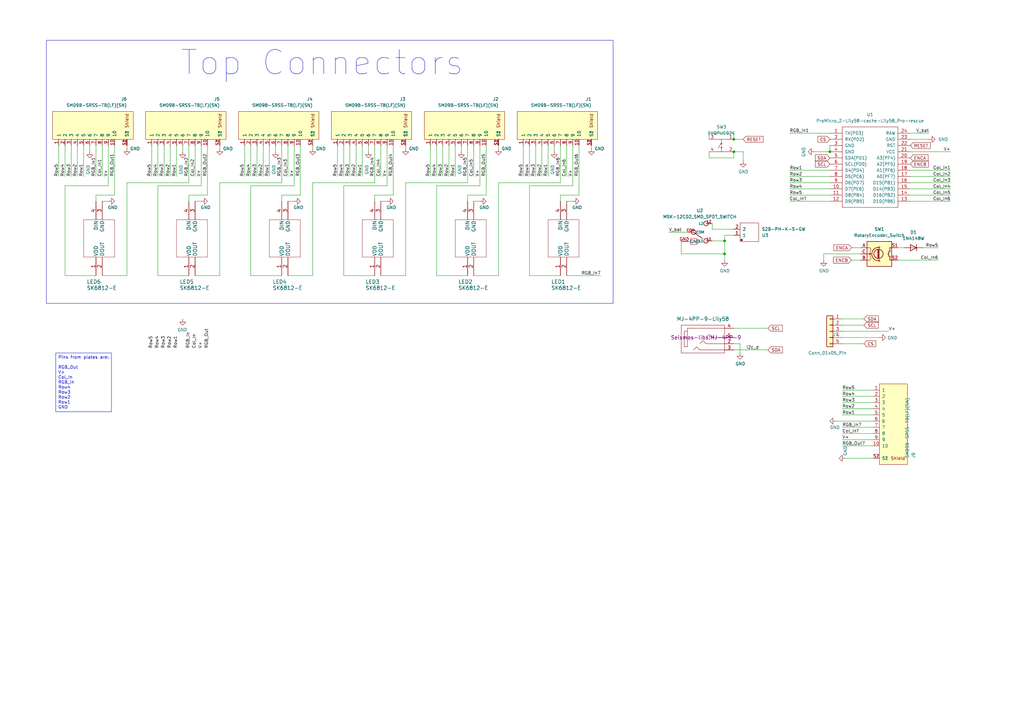
<source format=kicad_sch>
(kicad_sch (version 20230121) (generator eeschema)
  (paper "A3")
  (lib_symbols
    (symbol "Diode:1N4148W" (pin_numbers hide) (pin_names hide)
      (property "Reference" "D" (at 0 2.54 0))
      (property "Value" "1N4148W" (at 0 -2.54 0))
      (symbol "1N4148W_0_1"
        (polyline (pts (xy -1.27 1.27) (xy -1.27 -1.27)) (stroke (width 0.254)))
        (polyline (pts (xy 1.27 0) (xy -1.27 0)))
        (polyline (pts (xy 1.27 1.27) (xy 1.27 -1.27) (xy -1.27 0) (xy 1.27 1.27)) (stroke (width 0.254)))
      )
      (symbol "1N4148W_1_1"
        (pin passive line (at -3.81 0 0) (length 2.54) (name "K") (number "1"))
        (pin passive line (at 3.81 0 180) (length 2.54) (name "A") (number "2"))
      )
    )
    (symbol "GND_1" (power) (pin_names (offset 0))
      (property "Value" "GND_1" (at 0 -3.81 0))
      (symbol "GND_1_0_1"
        (polyline (pts (xy 0 0) (xy 0 -1.27) (xy 1.27 -1.27) (xy 0 -2.54) (xy -1.27 -1.27) (xy 0 -1.27)))
      )
      (symbol "GND_1_1_1"
        (pin power_in line (at 0 0 270) (length 0) hide (name "GND") (number "1"))
      )
    )
    (symbol "Seismos-sym:Conn_01x05" (pin_names (offset 1.016) hide)
      (property "Reference" "J" (at 0 7.62 0))
      (property "Value" "Conn_01x05" (at 0 -7.62 0))
      (symbol "Conn_01x05_1_1"
        (rectangle (start -1.27 -4.953) (end 0 -5.207) (stroke (width 0.1524)))
        (rectangle (start -1.27 -2.413) (end 0 -2.667) (stroke (width 0.1524)))
        (rectangle (start -1.27 0.127) (end 0 -0.127) (stroke (width 0.1524)))
        (rectangle (start -1.27 2.667) (end 0 2.413) (stroke (width 0.1524)))
        (rectangle (start -1.27 5.207) (end 0 4.953) (stroke (width 0.1524)))
        (rectangle (start -1.27 6.35) (end 1.27 -6.35) (stroke (width 0.254)) (fill (type background)))
        (pin passive line (at -5.08 5.08 0) (length 3.81) (name "Pin_1") (number "1"))
        (pin passive line (at -5.08 2.54 0) (length 3.81) (name "Pin_2") (number "2"))
        (pin passive line (at -5.08 0 0) (length 3.81) (name "Pin_3") (number "3"))
        (pin passive line (at -5.08 -2.54 0) (length 3.81) (name "Pin_4") (number "4"))
        (pin passive line (at -5.08 -5.08 0) (length 3.81) (name "Pin_5") (number "5"))
      )
    )
    (symbol "Seismos-sym:EVQPUC02K" (pin_names (offset 1.016) hide)
      (property "Reference" "SW" (at 0 7.747 0))
      (property "Value" "EVQPUC02K" (at 0 12.827 0))
      (symbol "EVQPUC02K_1_1"
        (circle (center 0 -0.762) (radius 0.254) (stroke (width 0.1524)))
        (polyline (pts (xy -2.54 -2.54) (xy 2.54 -2.54)) (stroke (width 0.1524)))
        (polyline (pts (xy -2.54 2.54) (xy 2.54 2.54)) (stroke (width 0.1524)))
        (polyline (pts (xy -1.27 -1.016) (xy -0.254 0.762)) (stroke (width 0.1524)))
        (polyline (pts (xy 0 -2.54) (xy 0 -1.524)) (stroke (width 0.1524)))
        (polyline (pts (xy 0 -1.524) (xy 0 -0.762)) (stroke (width 0.1524)))
        (polyline (pts (xy 0 2.54) (xy 0 0.762)) (stroke (width 0.1524)))
        (circle (center 0 0.762) (radius 0.254) (stroke (width 0.1524)))
        (pin input line (at 5.08 2.54 180) (length 2.54) (name "1") (number "1"))
        (pin input line (at 5.08 -2.54 180) (length 2.54) (name "2") (number "2"))
        (pin input line (at -5.08 2.54 0) (length 2.54) (name "3") (number "3"))
        (pin input line (at -5.08 -2.54 0) (length 2.54) (name "4") (number "4"))
      )
    )
    (symbol "Seismos-sym:MJ-4PP-9-Lily58" (pin_names (offset 1.016))
      (property "Reference" "J" (at -8.89 -7.62 0))
      (property "Value" "MJ-4PP-9-Lily58" (at -3.81 6.35 0))
      (property "Footprint" "Seismos-libs:MJ-4PP-9" (at 0 0 0))
      (symbol "MJ-4PP-9-Lily58_0_1"
        (rectangle (start -7.62 2.54) (end -8.89 -3.81))
        (polyline (pts (xy 2.54 0) (xy 7.62 0)))
        (polyline (pts (xy -2.54 -5.08) (xy 7.62 -5.08) (xy 7.62 -5.08)))
        (polyline (pts (xy 0 -2.54) (xy -1.27 -1.27) (xy -2.54 -2.54)))
        (polyline (pts (xy 0 0) (xy 1.27 1.27) (xy 2.54 0)))
        (polyline (pts (xy 7.62 3.81) (xy -7.62 3.81) (xy -7.62 2.54)))
        (polyline (pts (xy -2.54 -5.08) (xy -3.81 -3.81) (xy -5.08 -5.08) (xy -5.08 -5.08)))
        (polyline (pts (xy 0 -2.54) (xy 7.62 -2.54) (xy 7.62 -2.54) (xy 7.62 -2.54)))
        (rectangle (start 7.62 -6.35) (end -10.16 5.08))
      )
      (symbol "MJ-4PP-9-Lily58_1_1"
        (pin passive line (at 11.43 0 180) (length 3.81) (name "~") (number "1"))
        (pin passive line (at 11.43 -2.54 180) (length 3.81) (name "~") (number "2"))
        (pin passive line (at 11.43 -5.08 180) (length 3.81) (name "~") (number "3"))
        (pin passive line (at 11.43 3.81 180) (length 3.81) (name "~") (number "4"))
      )
    )
    (symbol "Seismos-sym:MSK-12C02_SMD_SPDT_SWITCH" (pin_names (offset 1.016))
      (property "Reference" "U" (at -5.08 7.62 0))
      (property "Value" "MSK-12C02_SMD_SPDT_SWITCH" (at -5.08 -7.62 0))
      (symbol "MSK-12C02_SMD_SPDT_SWITCH_0_0"
        (circle (center -5.08 0) (radius 0.9158) (stroke (width 0.254)))
        (circle (center 0 -3.556) (radius 0.9158) (stroke (width 0.254)))
        (polyline (pts (xy -5.08 0) (xy -1.524 -2.54)) (stroke (width 0.254)))
        (circle (center 0 3.556) (radius 0.9158) (stroke (width 0.254)))
        (pin bidirectional line (at -7.62 0 0) (length 2.54) (name "COM") (number "COM"))
        (pin bidirectional line (at 2.54 -3.556 180) (length 2.54) (name "L1") (number "L1"))
        (pin bidirectional line (at 2.54 3.556 180) (length 2.54) (name "L2") (number "L2"))
      )
      (symbol "MSK-12C02_SMD_SPDT_SWITCH_0_1"
        (rectangle (start -6.35 -2.54) (end -3.81 -5.08))
        (polyline (pts (xy -7.62 -3.81) (xy -6.35 -3.81)))
      )
      (symbol "MSK-12C02_SMD_SPDT_SWITCH_1_1"
        (pin bidirectional line (at -10.16 -3.81 0) (length 2.54) (name "GND") (number "GND"))
      )
    )
    (symbol "Seismos-sym:ProMicro_2-Lily58" (pin_names (offset 1.016))
      (property "Reference" "U" (at 0 17.78 0))
      (property "Value" "ProMicro_2-Lily58" (at 0 -17.78 0))
      (symbol "ProMicro_2-Lily58_0_1"
        (rectangle (start -11.43 16.51) (end 11.43 -16.51))
      )
      (symbol "ProMicro_2-Lily58_1_1"
        (pin bidirectional line (at -16.51 13.97 0) (length 5.08) (name "TX(PD3)") (number "1"))
        (pin input line (at -16.51 -8.89 0) (length 5.08) (name "D7(PE6)") (number "10"))
        (pin input line (at -16.51 -11.43 0) (length 5.08) (name "D8(PB4)") (number "11"))
        (pin input line (at -16.51 -13.97 0) (length 5.08) (name "D9(PB5)") (number "12"))
        (pin input line (at 16.51 -13.97 180) (length 5.08) (name "D10(PB6)") (number "13"))
        (pin input line (at 16.51 -11.43 180) (length 5.08) (name "D16(PB2)") (number "14"))
        (pin input line (at 16.51 -8.89 180) (length 5.08) (name "D14(PB3)") (number "15"))
        (pin input line (at 16.51 -6.35 180) (length 5.08) (name "D15(PB1)") (number "16"))
        (pin input line (at 16.51 -3.81 180) (length 5.08) (name "A0(PF7)") (number "17"))
        (pin input line (at 16.51 -1.27 180) (length 5.08) (name "A1(PF6)") (number "18"))
        (pin input line (at 16.51 1.27 180) (length 5.08) (name "A2(PF5)") (number "19"))
        (pin input line (at -16.51 11.43 0) (length 5.08) (name "RX(PD2)") (number "2"))
        (pin input line (at 16.51 3.81 180) (length 5.08) (name "A3(PF4)") (number "20"))
        (pin input line (at 16.51 6.35 180) (length 5.08) (name "VCC") (number "21"))
        (pin input line (at 16.51 8.89 180) (length 5.08) (name "RST") (number "22"))
        (pin input line (at 16.51 11.43 180) (length 5.08) (name "GND") (number "23"))
        (pin input line (at 16.51 13.97 180) (length 5.08) (name "RAW") (number "24"))
        (pin input line (at -16.51 8.89 0) (length 5.08) (name "GND") (number "3"))
        (pin input line (at -16.51 6.35 0) (length 5.08) (name "GND") (number "4"))
        (pin input line (at -16.51 3.81 0) (length 5.08) (name "SDA(PD1)") (number "5"))
        (pin input line (at -16.51 1.27 0) (length 5.08) (name "SCL(PD0)") (number "6"))
        (pin input line (at -16.51 -1.27 0) (length 5.08) (name "D4(PD4)") (number "7"))
        (pin input line (at -16.51 -3.81 0) (length 5.08) (name "D5(PC6)") (number "8"))
        (pin input line (at -16.51 -6.35 0) (length 5.08) (name "D6(PD7)") (number "9"))
      )
    )
    (symbol "Seismos-sym:RotaryEncoder_Switch" (pin_names (offset 0.254) hide)
      (property "Reference" "SW" (at 0 6.604 0))
      (property "Value" "RotaryEncoder_Switch" (at 0 -6.604 0))
      (symbol "RotaryEncoder_Switch_0_1"
        (rectangle (start -5.08 5.08) (end 5.08 -5.08) (stroke (width 0.254)) (fill (type background)))
        (circle (center -3.81 0) (radius 0.254) (fill (type outline)))
        (circle (center -0.381 0) (radius 1.905) (stroke (width 0.254)))
        (arc (start -0.381 2.667) (mid -3.0988 -0.0635) (end -0.381 -2.794) (stroke (width 0.254)))
        (polyline (pts (xy -0.635 -1.778) (xy -0.635 1.778)) (stroke (width 0.254)))
        (polyline (pts (xy -0.381 -1.778) (xy -0.381 1.778)) (stroke (width 0.254)))
        (polyline (pts (xy -0.127 1.778) (xy -0.127 -1.778)) (stroke (width 0.254)))
        (polyline (pts (xy 3.81 0) (xy 3.429 0)) (stroke (width 0.254)))
        (polyline (pts (xy 3.81 1.016) (xy 3.81 -1.016)) (stroke (width 0.254)))
        (polyline (pts (xy -5.08 -2.54) (xy -3.81 -2.54) (xy -3.81 -2.032)))
        (polyline (pts (xy -5.08 2.54) (xy -3.81 2.54) (xy -3.81 2.032)))
        (polyline (pts (xy 0.254 -3.048) (xy -0.508 -2.794) (xy 0.127 -2.413)) (stroke (width 0.254)))
        (polyline (pts (xy 0.254 2.921) (xy -0.508 2.667) (xy 0.127 2.286)) (stroke (width 0.254)))
        (polyline (pts (xy 5.08 -2.54) (xy 4.318 -2.54) (xy 4.318 -1.016)) (stroke (width 0.254)))
        (polyline (pts (xy 5.08 2.54) (xy 4.318 2.54) (xy 4.318 1.016)) (stroke (width 0.254)))
        (polyline (pts (xy -5.08 0) (xy -3.81 0) (xy -3.81 -1.016) (xy -3.302 -2.032)))
        (polyline (pts (xy -4.318 0) (xy -3.81 0) (xy -3.81 1.016) (xy -3.302 2.032)))
        (circle (center 4.318 -1.016) (radius 0.127) (stroke (width 0.254)))
        (circle (center 4.318 1.016) (radius 0.127) (stroke (width 0.254)))
      )
      (symbol "RotaryEncoder_Switch_1_1"
        (pin passive line (at -7.62 2.54 0) (length 2.54) (name "A") (number "A"))
        (pin passive line (at -7.62 -2.54 0) (length 2.54) (name "B") (number "B"))
        (pin passive line (at -7.62 0 0) (length 2.54) (name "C") (number "C"))
        (pin passive line (at 7.62 2.54 180) (length 2.54) (name "S1") (number "S1"))
        (pin passive line (at 7.62 -2.54 180) (length 2.54) (name "S2") (number "S2"))
      )
    )
    (symbol "Seismos-sym:S2B-PH-K-S-GW" (pin_names (offset 1.016))
      (property "Reference" "U" (at 0 6.35 0))
      (property "Value" "S2B-PH-K-S-GW" (at 0 11.43 0))
      (symbol "S2B-PH-K-S-GW_1_1"
        (rectangle (start -2.54 3.81) (end 5.08 -3.81) (stroke (width 0.1524)))
        (circle (center -1.905 3.175) (radius 0.381) (stroke (width 0.1524)) (fill (type outline)))
        (pin input line (at -5.08 1.27 0) (length 2.54) (name "1") (number "1"))
        (pin input line (at -5.08 -1.27 0) (length 2.54) (name "2") (number "2"))
      )
    )
    (symbol "Seismos-sym:SK6812-E" (pin_names (offset 0.254))
      (property "Reference" "LED" (at 15.24 -10.16 0))
      (property "Value" "SK6812-E" (at 15.24 -12.7 0))
      (symbol "SK6812-E_1_1"
        (polyline (pts (xy 7.62 -7.62) (xy 22.86 -7.62)) (stroke (width 0.127)))
        (polyline (pts (xy 7.62 5.08) (xy 7.62 -7.62)) (stroke (width 0.127)))
        (polyline (pts (xy 22.86 -7.62) (xy 22.86 5.08)) (stroke (width 0.127)))
        (polyline (pts (xy 22.86 5.08) (xy 7.62 5.08)) (stroke (width 0.127)))
        (pin power_in line (at 0 0 0) (length 7.62) (name "VDD") (number "1"))
        (pin output line (at 0 -2.54 0) (length 7.62) (name "DOUT") (number "2"))
        (pin power_out line (at 30.48 -2.54 180) (length 7.62) (name "GND") (number "3"))
        (pin input line (at 30.48 0 180) (length 7.62) (name "DIN") (number "4"))
      )
    )
    (symbol "Seismos-sym:SM10B-SRSS-TB_(LF)(SN)" (pin_names (offset 1.016))
      (property "Reference" "CN" (at -9.4742 3.81 90))
      (property "Value" "SM10B-SRSS-TB_(LF)(SN)" (at 1.27 20.32 0))
      (symbol "SM10B-SRSS-TB_(LF)(SN)_1_1"
        (rectangle (start -3.81 17.78) (end 7.62 -15.24) (stroke (width 0.1524)) (fill (type background)))
        (text "Shield" (at 3.81 -12.7 0) (effects (font (size 1.27 1.27))))
        (pin input line (at -6.35 15.24 0) (length 2.54) (name "1") (number "1"))
        (pin input line (at -6.35 -7.62 0) (length 2.54) (name "10") (number "10"))
        (pin input line (at -6.35 12.7 0) (length 2.54) (name "2") (number "2"))
        (pin input line (at -6.35 10.16 0) (length 2.54) (name "3") (number "3"))
        (pin input line (at -6.35 7.62 0) (length 2.54) (name "4") (number "4"))
        (pin input line (at -6.35 5.08 0) (length 2.54) (name "5") (number "5"))
        (pin input line (at -6.35 2.54 0) (length 2.54) (name "6") (number "6"))
        (pin input line (at -6.35 0 0) (length 2.54) (name "7") (number "7"))
        (pin input line (at -6.35 -2.54 0) (length 2.54) (name "8") (number "8"))
        (pin input line (at -6.35 -5.08 0) (length 2.54) (name "9") (number "9"))
        (pin input line (at -6.35 -12.7 0) (length 2.54) (name "S1") (number "S1"))
        (pin input line (at -6.35 -12.7 0) (length 2.54) (name "S2") (number "S2"))
      )
    )
    (symbol "power:GND" (power) (pin_names (offset 0))
      (property "Value" "GND" (at 0 -3.81 0))
      (symbol "GND_0_1"
        (polyline (pts (xy 0 0) (xy 0 -1.27) (xy 1.27 -1.27) (xy 0 -2.54) (xy -1.27 -1.27) (xy 0 -1.27)))
      )
      (symbol "GND_1_1"
        (pin power_in line (at 0 0 270) (length 0) hide (name "GND") (number "1"))
      )
    )
  )
  (junction (at 340.36 62.23))
  (junction (at 300.99 62.23))
  (junction (at 297.18 98.806))
  (junction (at 300.99 57.15))
  (junction (at 297.18 104.14))
  (wire (pts (xy 217.17 59.69) (xy 217.17 72.39)))
  (wire (pts (xy 41.91 82.55) (xy 44.45 82.55)))
  (wire (pts (xy 373.38 72.39) (xy 389.89 72.39)))
  (wire (pts (xy 179.07 76.2) (xy 179.07 113.03)))
  (wire (pts (xy 166.37 59.69) (xy 166.37 60.96)))
  (wire (pts (xy 232.41 59.69) (xy 232.41 72.39)))
  (wire (pts (xy 345.44 162.56) (xy 358.14 162.56)))
  (wire (pts (xy 85.09 59.69) (xy 85.09 80.01)))
  (wire (pts (xy 179.07 113.03) (xy 191.77 113.03)))
  (wire (pts (xy 297.18 98.806) (xy 297.18 104.14)))
  (wire (pts (xy 237.49 80.01) (xy 229.87 80.01)))
  (wire (pts (xy 128.27 113.03) (xy 128.27 74.93)))
  (wire (pts (xy 153.67 59.69) (xy 153.67 74.93)))
  (wire (pts (xy 300.99 54.61) (xy 300.99 57.15)))
  (wire (pts (xy 323.85 54.61) (xy 340.36 54.61)))
  (wire (pts (xy 300.99 96.52) (xy 297.18 96.52)))
  (wire (pts (xy 31.75 59.69) (xy 31.75 72.39)))
  (wire (pts (xy 140.97 113.03) (xy 153.67 113.03)))
  (wire (pts (xy 345.44 182.88) (xy 358.14 182.88)))
  (wire (pts (xy 303.53 140.97) (xy 303.53 144.78)))
  (wire (pts (xy 323.85 74.93) (xy 340.36 74.93)))
  (wire (pts (xy 297.18 106.68) (xy 297.18 104.14)))
  (wire (pts (xy 138.43 59.69) (xy 138.43 72.39)))
  (wire (pts (xy 118.11 113.03) (xy 128.27 113.03)))
  (wire (pts (xy 64.77 113.03) (xy 77.47 113.03)))
  (wire (pts (xy 345.44 133.35) (xy 354.33 133.35)))
  (wire (pts (xy 191.77 80.01) (xy 191.77 82.55)))
  (wire (pts (xy 115.57 80.01) (xy 115.57 82.55)))
  (wire (pts (xy 148.59 59.69) (xy 148.59 72.39)))
  (wire (pts (xy 373.38 54.61) (xy 381 54.61)))
  (wire (pts (xy 102.87 59.69) (xy 102.87 72.39)))
  (wire (pts (xy 110.49 59.69) (xy 110.49 72.39)))
  (wire (pts (xy 29.21 59.69) (xy 29.21 72.39)))
  (wire (pts (xy 204.47 74.93) (xy 229.87 74.93)))
  (wire (pts (xy 100.33 59.69) (xy 100.33 72.39)))
  (wire (pts (xy 214.63 59.69) (xy 214.63 72.39)))
  (wire (pts (xy 153.67 80.01) (xy 153.67 82.55)))
  (wire (pts (xy 292.1 98.806) (xy 297.18 98.806)))
  (wire (pts (xy 323.85 80.01) (xy 340.36 80.01)))
  (wire (pts (xy 41.91 113.03) (xy 52.07 113.03)))
  (wire (pts (xy 337.82 104.14) (xy 337.82 106.68)))
  (wire (pts (xy 156.21 113.03) (xy 166.37 113.03)))
  (wire (pts (xy 219.71 59.69) (xy 219.71 72.39)))
  (wire (pts (xy 67.31 59.69) (xy 67.31 72.39)))
  (wire (pts (xy 304.8 66.04) (xy 304.8 62.23)))
  (wire (pts (xy 179.07 59.69) (xy 179.07 72.39)))
  (wire (pts (xy 52.07 74.93) (xy 77.47 74.93)))
  (wire (pts (xy 290.83 62.23) (xy 290.83 64.77)))
  (wire (pts (xy 345.44 167.64) (xy 358.14 167.64)))
  (wire (pts (xy 237.49 59.69) (xy 237.49 80.01)))
  (wire (pts (xy 90.17 74.93) (xy 115.57 74.93)))
  (wire (pts (xy 349.25 101.6) (xy 353.06 101.6)))
  (wire (pts (xy 123.19 80.01) (xy 115.57 80.01)))
  (wire (pts (xy 232.41 82.55) (xy 234.95 82.55)))
  (wire (pts (xy 156.21 59.69) (xy 156.21 72.39)))
  (wire (pts (xy 39.37 80.01) (xy 39.37 82.55)))
  (wire (pts (xy 80.01 113.03) (xy 90.17 113.03)))
  (wire (pts (xy 62.23 59.69) (xy 62.23 72.39)))
  (wire (pts (xy 80.01 59.69) (xy 80.01 72.39)))
  (wire (pts (xy 234.95 59.69) (xy 234.95 76.2)))
  (wire (pts (xy 64.77 76.2) (xy 64.77 113.03)))
  (wire (pts (xy 123.19 59.69) (xy 123.19 80.01)))
  (wire (pts (xy 290.83 54.61) (xy 300.99 54.61)))
  (wire (pts (xy 158.75 76.2) (xy 140.97 76.2)))
  (wire (pts (xy 300.99 134.62) (xy 314.96 134.62)))
  (wire (pts (xy 232.41 113.03) (xy 246.38 113.03)))
  (wire (pts (xy 242.57 59.69) (xy 242.57 60.96)))
  (wire (pts (xy 227.33 62.23) (xy 227.33 59.69)))
  (wire (pts (xy 118.11 82.55) (xy 120.65 82.55)))
  (wire (pts (xy 194.31 59.69) (xy 194.31 72.39)))
  (wire (pts (xy 39.37 59.69) (xy 39.37 72.39)))
  (wire (pts (xy 90.17 113.03) (xy 90.17 74.93)))
  (wire (pts (xy 118.11 59.69) (xy 118.11 72.39)))
  (wire (pts (xy 300.99 140.97) (xy 303.53 140.97)))
  (wire (pts (xy 300.99 64.77) (xy 300.99 62.23)))
  (wire (pts (xy 120.65 76.2) (xy 102.87 76.2)))
  (wire (pts (xy 186.69 59.69) (xy 186.69 72.39)))
  (wire (pts (xy 297.18 96.52) (xy 297.18 98.806)))
  (wire (pts (xy 146.05 59.69) (xy 146.05 72.39)))
  (wire (pts (xy 373.38 69.85) (xy 389.89 69.85)))
  (wire (pts (xy 176.53 59.69) (xy 176.53 72.39)))
  (wire (pts (xy 345.44 138.43) (xy 360.68 138.43)))
  (wire (pts (xy 199.39 80.01) (xy 191.77 80.01)))
  (wire (pts (xy 77.47 59.69) (xy 77.47 74.93)))
  (wire (pts (xy 373.38 80.01) (xy 389.89 80.01)))
  (wire (pts (xy 217.17 113.03) (xy 229.87 113.03)))
  (wire (pts (xy 140.97 76.2) (xy 140.97 113.03)))
  (wire (pts (xy 113.03 62.23) (xy 113.03 59.69)))
  (wire (pts (xy 24.13 59.69) (xy 24.13 72.39)))
  (wire (pts (xy 323.85 77.47) (xy 340.36 77.47)))
  (wire (pts (xy 102.87 76.2) (xy 102.87 113.03)))
  (wire (pts (xy 44.45 76.2) (xy 26.67 76.2)))
  (wire (pts (xy 292.1 93.98) (xy 300.99 93.98)))
  (wire (pts (xy 196.85 76.2) (xy 179.07 76.2)))
  (wire (pts (xy 378.46 101.6) (xy 384.81 101.6)))
  (wire (pts (xy 52.07 59.69) (xy 52.07 60.96)))
  (wire (pts (xy 64.77 59.69) (xy 64.77 72.39)))
  (wire (pts (xy 234.95 76.2) (xy 217.17 76.2)))
  (wire (pts (xy 161.29 59.69) (xy 161.29 80.01)))
  (wire (pts (xy 36.83 62.23) (xy 36.83 59.69)))
  (wire (pts (xy 189.23 62.23) (xy 189.23 59.69)))
  (wire (pts (xy 74.93 62.23) (xy 74.93 59.69)))
  (wire (pts (xy 34.29 59.69) (xy 34.29 72.39)))
  (wire (pts (xy 373.38 77.47) (xy 389.89 77.47)))
  (wire (pts (xy 229.87 59.69) (xy 229.87 74.93)))
  (wire (pts (xy 340.36 62.23) (xy 334.01 62.23)))
  (wire (pts (xy 44.45 59.69) (xy 44.45 76.2)))
  (wire (pts (xy 229.87 80.01) (xy 229.87 82.55)))
  (wire (pts (xy 290.83 57.15) (xy 290.83 54.61)))
  (wire (pts (xy 204.47 59.69) (xy 204.47 60.96)))
  (wire (pts (xy 82.55 76.2) (xy 64.77 76.2)))
  (wire (pts (xy 52.07 113.03) (xy 52.07 74.93)))
  (wire (pts (xy 143.51 59.69) (xy 143.51 72.39)))
  (wire (pts (xy 224.79 59.69) (xy 224.79 72.39)))
  (wire (pts (xy 158.75 59.69) (xy 158.75 76.2)))
  (wire (pts (xy 345.44 175.26) (xy 358.14 175.26)))
  (wire (pts (xy 166.37 74.93) (xy 191.77 74.93)))
  (wire (pts (xy 140.97 59.69) (xy 140.97 72.39)))
  (wire (pts (xy 120.65 59.69) (xy 120.65 76.2)))
  (wire (pts (xy 279.4 104.14) (xy 297.18 104.14)))
  (wire (pts (xy 373.38 57.15) (xy 381 57.15)))
  (wire (pts (xy 26.67 76.2) (xy 26.67 113.03)))
  (wire (pts (xy 196.85 59.69) (xy 196.85 76.2)))
  (wire (pts (xy 373.38 74.93) (xy 389.89 74.93)))
  (wire (pts (xy 107.95 59.69) (xy 107.95 72.39)))
  (wire (pts (xy 82.55 59.69) (xy 82.55 76.2)))
  (wire (pts (xy 300.99 57.15) (xy 304.8 57.15)))
  (wire (pts (xy 373.38 82.55) (xy 389.89 82.55)))
  (wire (pts (xy 323.85 82.55) (xy 340.36 82.55)))
  (wire (pts (xy 69.85 59.69) (xy 69.85 72.39)))
  (wire (pts (xy 342.9 172.72) (xy 358.14 172.72)))
  (wire (pts (xy 166.37 113.03) (xy 166.37 74.93)))
  (wire (pts (xy 217.17 76.2) (xy 217.17 113.03)))
  (wire (pts (xy 346.71 187.96) (xy 358.14 187.96)))
  (wire (pts (xy 300.99 143.51) (xy 314.96 143.51)))
  (wire (pts (xy 204.47 113.03) (xy 204.47 74.93)))
  (wire (pts (xy 345.44 170.18) (xy 358.14 170.18)))
  (wire (pts (xy 368.3 101.6) (xy 370.84 101.6)))
  (wire (pts (xy 222.25 59.69) (xy 222.25 72.39)))
  (wire (pts (xy 274.32 95.25) (xy 281.94 95.25)))
  (wire (pts (xy 345.44 160.02) (xy 358.14 160.02)))
  (wire (pts (xy 194.31 113.03) (xy 204.47 113.03)))
  (wire (pts (xy 151.13 62.23) (xy 151.13 59.69)))
  (wire (pts (xy 128.27 74.93) (xy 153.67 74.93)))
  (wire (pts (xy 181.61 59.69) (xy 181.61 72.39)))
  (wire (pts (xy 345.44 165.1) (xy 358.14 165.1)))
  (wire (pts (xy 368.3 106.68) (xy 384.81 106.68)))
  (wire (pts (xy 46.99 59.69) (xy 46.99 80.01)))
  (wire (pts (xy 323.85 69.85) (xy 340.36 69.85)))
  (wire (pts (xy 90.17 59.69) (xy 90.17 60.96)))
  (wire (pts (xy 80.01 82.55) (xy 82.55 82.55)))
  (wire (pts (xy 85.09 80.01) (xy 77.47 80.01)))
  (wire (pts (xy 292.1 93.98) (xy 292.1 91.694)))
  (wire (pts (xy 353.06 104.14) (xy 337.82 104.14)))
  (wire (pts (xy 115.57 59.69) (xy 115.57 74.93)))
  (wire (pts (xy 105.41 59.69) (xy 105.41 72.39)))
  (wire (pts (xy 199.39 59.69) (xy 199.39 80.01)))
  (wire (pts (xy 184.15 59.69) (xy 184.15 72.39)))
  (wire (pts (xy 128.27 59.69) (xy 128.27 60.96)))
  (wire (pts (xy 345.44 130.81) (xy 354.33 130.81)))
  (wire (pts (xy 26.67 113.03) (xy 39.37 113.03)))
  (wire (pts (xy 194.31 82.55) (xy 196.85 82.55)))
  (wire (pts (xy 373.38 62.23) (xy 389.89 62.23)))
  (wire (pts (xy 304.8 62.23) (xy 300.99 62.23)))
  (wire (pts (xy 345.44 180.34) (xy 358.14 180.34)))
  (wire (pts (xy 26.67 59.69) (xy 26.67 72.39)))
  (wire (pts (xy 72.39 59.69) (xy 72.39 72.39)))
  (wire (pts (xy 340.36 59.69) (xy 340.36 62.23)))
  (wire (pts (xy 77.47 80.01) (xy 77.47 82.55)))
  (wire (pts (xy 345.44 177.8) (xy 358.14 177.8)))
  (wire (pts (xy 349.25 106.68) (xy 353.06 106.68)))
  (wire (pts (xy 345.44 135.89) (xy 364.49 135.89)))
  (wire (pts (xy 279.4 99.06) (xy 279.4 104.14)))
  (wire (pts (xy 102.87 113.03) (xy 115.57 113.03)))
  (wire (pts (xy 156.21 82.55) (xy 158.75 82.55)))
  (wire (pts (xy 345.44 140.97) (xy 354.33 140.97)))
  (wire (pts (xy 46.99 80.01) (xy 39.37 80.01)))
  (wire (pts (xy 191.77 59.69) (xy 191.77 74.93)))
  (wire (pts (xy 323.85 72.39) (xy 340.36 72.39)))
  (wire (pts (xy 41.91 59.69) (xy 41.91 72.39)))
  (wire (pts (xy 290.83 64.77) (xy 300.99 64.77)))
  (wire (pts (xy 161.29 80.01) (xy 153.67 80.01)))
  (rectangle (start 19.05 16.51) (end 251.46 124.46))
  (text_box "Pins from plates are:\n\nRGB_Out\nV+\nCol_In\nRGB_In\nRow4\nRow3\nRow2\nRow1\nGND" (at 22.86 144.78 0) (size 22.86 24.13) (effects (font (size 1.27 1.27)) (justify left top)))
  (text "Top Connectors" (at 73.66 31.75 0) (effects (font (size 10 10)) (justify left bottom)))
  (label "Row1" (at 345.44 170.18 0))
  (label "RGB_Out" (at 85.725 142.875 90))
  (label "Row3" (at 105.41 72.39 90))
  (label "Row3" (at 219.71 72.39 90))
  (label "Row2" (at 146.05 72.39 90))
  (label "Col_In3" (at 389.89 74.93 180))
  (label "Row2" (at 323.85 72.39 0))
  (label "V_bat" (at 381 54.61 180))
  (label "Col_In4" (at 156.21 72.39 90))
  (label "Row1" (at 110.49 72.39 90))
  (label "Col_In2" (at 389.89 72.39 180))
  (label "Row5" (at 62.23 72.39 90))
  (label "Row3" (at 181.61 72.39 90))
  (label "V+" (at 196.85 72.39 90))
  (label "Col_In6" (at 389.89 82.55 180))
  (label "Row3" (at 345.44 165.1 0))
  (label "Row2" (at 345.44 167.64 0))
  (label "Col_In1" (at 389.89 69.85 180))
  (label "V+" (at 83.185 142.875 90))
  (label "RGB_In1" (at 323.85 54.61 0))
  (label "V+" (at 158.75 72.39 90))
  (label "Col_In6" (at 384.81 106.68 180))
  (label "Row4" (at 65.405 142.875 90))
  (label "Row5" (at 24.13 72.39 90))
  (label "Row5" (at 138.43 72.39 90))
  (label "V_bat" (at 274.32 95.25 0))
  (label "V+" (at 120.65 72.39 90))
  (label "Row4" (at 64.77 72.39 90))
  (label "Col_InT" (at 323.85 82.55 0))
  (label "Col_In3" (at 118.11 72.39 90))
  (label "Row5" (at 176.53 72.39 90))
  (label "Row1" (at 73.025 142.875 90))
  (label "RGB_Out6" (at 237.49 72.39 90))
  (label "i2c_d" (at 306.07 143.51 0))
  (label "Row4" (at 323.85 77.47 0))
  (label "RGB_In2" (at 77.47 72.39 90))
  (label "Col_In5" (at 194.31 72.39 90))
  (label "Row1" (at 323.85 69.85 0))
  (label "V+" (at 82.55 72.39 90))
  (label "RGB_In7" (at 345.44 175.26 0))
  (label "Row2" (at 69.85 72.39 90))
  (label "Row4" (at 217.17 72.39 90))
  (label "Row2" (at 31.75 72.39 90))
  (label "RGB_In3" (at 115.57 72.39 90))
  (label "V+" (at 234.95 72.39 90))
  (label "Col_In" (at 80.645 142.875 90))
  (label "RGB_In5" (at 191.77 72.39 90))
  (label "Row1" (at 34.29 72.39 90))
  (label "Row5" (at 100.33 72.39 90))
  (label "Row2" (at 184.15 72.39 90))
  (label "Col_In1" (at 41.91 72.39 90))
  (label "Row2" (at 70.485 142.875 90))
  (label "Row1" (at 72.39 72.39 90))
  (label "Row5" (at 384.81 101.6 180))
  (label "V+" (at 364.49 135.89 0))
  (label "Col_In2" (at 80.01 72.39 90))
  (label "Row1" (at 224.79 72.39 90))
  (label "RGB_Out1" (at 46.99 72.39 90))
  (label "Row2" (at 222.25 72.39 90))
  (label "Row5" (at 345.44 160.02 0))
  (label "Row5" (at 323.85 80.01 0))
  (label "RGB_In6" (at 229.87 72.39 90))
  (label "V+" (at 44.45 72.39 90))
  (label "Row4" (at 345.44 162.56 0))
  (label "Row4" (at 102.87 72.39 90))
  (label "V+" (at 389.89 62.23 180))
  (label "V+" (at 345.44 180.34 0))
  (label "Row3" (at 29.21 72.39 90))
  (label "RGB_In7" (at 246.38 113.03 180))
  (label "RGB_In4" (at 153.67 72.39 90))
  (label "RGB_Out5" (at 199.39 72.39 90))
  (label "Row4" (at 26.67 72.39 90))
  (label "RGB_Out7" (at 345.44 182.88 0))
  (label "Col_In6" (at 232.41 72.39 90))
  (label "RGB_In" (at 78.105 142.875 90))
  (label "RGB_In1" (at 39.37 72.39 90))
  (label "RGB_Out4" (at 161.29 72.39 90))
  (label "Row3" (at 143.51 72.39 90))
  (label "RGB_Out3" (at 123.19 72.39 90))
  (label "Row1" (at 148.59 72.39 90))
  (label "Row5" (at 62.865 142.875 90))
  (label "Row4" (at 140.97 72.39 90))
  (label "Row1" (at 186.69 72.39 90))
  (label "Row3" (at 323.85 74.93 0))
  (label "Row2" (at 107.95 72.39 90))
  (label "Row3" (at 67.31 72.39 90))
  (label "Row5" (at 214.63 72.39 90))
  (label "RGB_Out2" (at 85.09 72.39 90))
  (label "Row3" (at 67.945 142.875 90))
  (label "Col_In4" (at 389.89 77.47 180))
  (label "Col_In5" (at 389.89 80.01 180))
  (label "Col_InT" (at 345.44 177.8 0))
  (label "Row4" (at 179.07 72.39 90))
  (global_label "CS" (shape input) (at 340.36 57.15 180) (property "Intersheetrefs" "${INTERSHEET_REFS}" (effects hide)))
  (global_label "SDA" (shape input) (at 354.33 130.81 0) (property "Intersheetrefs" "${INTERSHEET_REFS}" (effects hide)))
  (global_label "SDA" (shape input) (at 340.36 64.77 180) (property "Intersheetrefs" "${INTERSHEET_REFS}" (effects hide)))
  (global_label "ENCA" (shape input) (at 373.38 64.77 0) (property "Intersheetrefs" "${INTERSHEET_REFS}" (effects hide)))
  (global_label "RESET" (shape input) (at 373.38 59.69 0) (property "Intersheetrefs" "${INTERSHEET_REFS}" (effects hide)))
  (global_label "SCL" (shape input) (at 314.96 134.62 0) (property "Intersheetrefs" "${INTERSHEET_REFS}" (effects hide)))
  (global_label "ENCB" (shape input) (at 373.38 67.31 0) (property "Intersheetrefs" "${INTERSHEET_REFS}" (effects hide)))
  (global_label "RESET" (shape input) (at 304.8 57.15 0) (property "Intersheetrefs" "${INTERSHEET_REFS}" (effects hide)))
  (global_label "ENCB" (shape input) (at 349.25 106.68 180) (property "Intersheetrefs" "${INTERSHEET_REFS}" (effects hide)))
  (global_label "SDA" (shape input) (at 314.96 143.51 0) (property "Intersheetrefs" "${INTERSHEET_REFS}" (effects hide)))
  (global_label "ENCA" (shape input) (at 349.25 101.6 180) (property "Intersheetrefs" "${INTERSHEET_REFS}" (effects hide)))
  (global_label "SCL" (shape input) (at 354.33 133.35 0) (property "Intersheetrefs" "${INTERSHEET_REFS}" (effects hide)))
  (global_label "SCL" (shape input) (at 340.36 67.31 180) (property "Intersheetrefs" "${INTERSHEET_REFS}" (effects hide)))
  (global_label "CS" (shape input) (at 354.33 140.97 0) (property "Intersheetrefs" "${INTERSHEET_REFS}" (effects hide)))
  (symbol (lib_id "Seismos-sym:SM10B-SRSS-TB_(LF)(SN)") (at 229.87 53.34 90) (unit 1)
    (property "Reference" "J1" (at 242.57 40.64 90) (effects (justify left)))
    (property "Value" "SM09B-SRSS-TB(LF)(SN)" (at 242.57 43.18 90) (effects (justify left)))
    (property "Footprint" "Seismos-libs:CONN-SMD_10P-P1.00_SM10B-SRSS-TB-LF-SN" (effects hide))
    (property "Datasheet" "http://www.szlcsc.com/product/details_171789.html" (effects hide))
    (property "PARTREV" "1.0" (effects hide))
    (property "MANUFACTURER" "Manufacturer_name" (effects hide))
    (property "STANDARD" "Manufacturer Recommendations" (effects hide))
    (property "SuppliersPartNumber" "C160409" (effects hide))
    (property "uuid" "std:5e45a64e8ce7478d8accd2bac4409ba5" (effects hide))
  )
  (symbol (lib_id "power:GND") (at 52.07 60.96 0) (unit 1)
    (property "Reference" "#PWR02" (effects hide))
    (property "Value" "GND" (at 53.34 60.96 0) (effects (justify left)))
  )
  (symbol (lib_id "Seismos-sym:RotaryEncoder_Switch") (at 360.68 104.14 0) (unit 1)
    (property "Reference" "SW1" (at 360.68 93.98 0))
    (property "Value" "RotaryEncoder_Switch" (at 360.68 96.52 0))
    (property "Footprint" "Seismos-libs:RotaryEncoder_Alps_EC11E-Switch_Vertical_H20mm-keebio_modified" (effects hide))
  )
  (symbol (lib_id "power:GND") (at 242.57 60.96 0) (unit 1)
    (property "Reference" "#PWR028" (effects hide))
    (property "Value" "GND" (at 243.84 60.96 0) (effects (justify left)))
  )
  (symbol (lib_id "power:GND") (at 44.45 82.55 90) (unit 1)
    (property "Reference" "#PWR021" (effects hide))
    (property "Value" "GND" (at 48.26 85.09 90) (effects (justify left)))
  )
  (symbol (lib_id "Seismos-sym:SK6812-E") (at 77.47 113.03 90) (unit 1)
    (property "Reference" "LED5" (at 73.66 115.57 90) (effects (font (size 1.524 1.524)) (justify right)))
    (property "Value" "SK6812-E" (at 73.66 118.11 90) (effects (font (size 1.524 1.524)) (justify right)))
    (property "Footprint" "Seismos-libs:SK6812-E" (effects hide))
  )
  (symbol (lib_id "Seismos-sym:EVQPUC02K") (at 295.91 59.69 0) (unit 1)
    (property "Reference" "SW3" (at 295.91 52.07 0))
    (property "Value" "EVQPUC02K" (at 295.91 54.61 0))
    (property "Footprint" "Seismos-libs:SW-SMD_EVQPUD02K" (effects hide))
    (property "Datasheet" "http://www.szlcsc.com/product/details_80311.html" (effects hide))
    (property "SuppliersPartNumber" "C79174" (effects hide))
    (property "uuid" "std:89571b53ad64408584c96bcda364818c" (effects hide))
  )
  (symbol (lib_id "Seismos-sym:SK6812-E") (at 191.77 113.03 90) (unit 1)
    (property "Reference" "LED2" (at 187.96 115.57 90) (effects (font (size 1.524 1.524)) (justify right)))
    (property "Value" "SK6812-E" (at 187.96 118.11 90) (effects (font (size 1.524 1.524)) (justify right)))
    (property "Footprint" "Seismos-libs:SK6812-E" (effects hide))
  )
  (symbol (lib_id "Seismos-sym:SM10B-SRSS-TB_(LF)(SN)") (at 191.77 53.34 90) (unit 1)
    (property "Reference" "J2" (at 204.47 40.64 90) (effects (justify left)))
    (property "Value" "SM09B-SRSS-TB(LF)(SN)" (at 204.47 43.18 90) (effects (justify left)))
    (property "Footprint" "Seismos-libs:CONN-SMD_10P-P1.00_SM10B-SRSS-TB-LF-SN" (effects hide))
    (property "Datasheet" "http://www.szlcsc.com/product/details_171789.html" (effects hide))
    (property "PARTREV" "1.0" (effects hide))
    (property "MANUFACTURER" "Manufacturer_name" (effects hide))
    (property "STANDARD" "Manufacturer Recommendations" (effects hide))
    (property "SuppliersPartNumber" "C160409" (effects hide))
    (property "uuid" "std:5e45a64e8ce7478d8accd2bac4409ba5" (effects hide))
  )
  (symbol (lib_name "GND_1") (lib_id "power:GND") (at 74.93 130.81 0) (mirror y) (unit 1)
    (property "Reference" "#PWR023" (effects hide))
    (property "Value" "GND" (at 76.835 135.255 0) (effects (justify left)))
  )
  (symbol (lib_id "Seismos-sym:SM10B-SRSS-TB_(LF)(SN)") (at 115.57 53.34 90) (unit 1)
    (property "Reference" "J4" (at 128.27 40.64 90) (effects (justify left)))
    (property "Value" "SM09B-SRSS-TB(LF)(SN)" (at 128.27 43.18 90) (effects (justify left)))
    (property "Footprint" "Seismos-libs:CONN-SMD_10P-P1.00_SM10B-SRSS-TB-LF-SN" (effects hide))
    (property "Datasheet" "http://www.szlcsc.com/product/details_171789.html" (effects hide))
    (property "PARTREV" "1.0" (effects hide))
    (property "MANUFACTURER" "Manufacturer_name" (effects hide))
    (property "STANDARD" "Manufacturer Recommendations" (effects hide))
    (property "SuppliersPartNumber" "C160409" (effects hide))
    (property "uuid" "std:5e45a64e8ce7478d8accd2bac4409ba5" (effects hide))
  )
  (symbol (lib_id "Seismos-sym:SK6812-E") (at 229.87 113.03 90) (unit 1)
    (property "Reference" "LED1" (at 226.06 115.57 90) (effects (font (size 1.524 1.524)) (justify right)))
    (property "Value" "SK6812-E" (at 226.06 118.11 90) (effects (font (size 1.524 1.524)) (justify right)))
    (property "Footprint" "Seismos-libs:SK6812-E" (effects hide))
  )
  (symbol (lib_id "Seismos-sym:SM10B-SRSS-TB_(LF)(SN)") (at 39.37 53.34 90) (unit 1)
    (property "Reference" "J6" (at 52.07 40.64 90) (effects (justify left)))
    (property "Value" "SM09B-SRSS-TB(LF)(SN)" (at 52.07 43.18 90) (effects (justify left)))
    (property "Footprint" "Seismos-libs:CONN-SMD_10P-P1.00_SM10B-SRSS-TB-LF-SN" (effects hide))
    (property "Datasheet" "http://www.szlcsc.com/product/details_171789.html" (effects hide))
    (property "PARTREV" "1.0" (effects hide))
    (property "MANUFACTURER" "Manufacturer_name" (effects hide))
    (property "STANDARD" "Manufacturer Recommendations" (effects hide))
    (property "SuppliersPartNumber" "C160409" (effects hide))
    (property "uuid" "std:5e45a64e8ce7478d8accd2bac4409ba5" (effects hide))
  )
  (symbol (lib_id "Diode:1N4148W") (at 374.65 101.6 180) (unit 1)
    (property "Reference" "D1" (at 374.65 95.25 0))
    (property "Value" "1N4148W" (at 374.65 97.79 0))
    (property "Footprint" "Diode_SMD:D_SOD-123" (effects hide))
    (property "Datasheet" "https://www.vishay.com/docs/85748/1n4148w.pdf" (effects hide))
    (property "Sim.Device" "D" (effects hide))
    (property "Sim.Pins" "1=K 2=A" (effects hide))
  )
  (symbol (lib_id "Seismos-sym:SK6812-E") (at 153.67 113.03 90) (unit 1)
    (property "Reference" "LED3" (at 149.86 115.57 90) (effects (font (size 1.524 1.524)) (justify right)))
    (property "Value" "SK6812-E" (at 149.86 118.11 90) (effects (font (size 1.524 1.524)) (justify right)))
    (property "Footprint" "Seismos-libs:SK6812-E" (effects hide))
  )
  (symbol (lib_id "power:GND") (at 204.47 60.96 0) (unit 1)
    (property "Reference" "#PWR024" (effects hide))
    (property "Value" "GND" (at 205.74 60.96 0) (effects (justify left)))
  )
  (symbol (lib_id "power:GND") (at 303.53 144.78 0) (unit 1)
    (property "Reference" "#PWR015" (effects hide))
    (property "Value" "GND" (at 303.657 149.1742 0))
  )
  (symbol (lib_id "power:GND") (at 234.95 82.55 90) (unit 1)
    (property "Reference" "#PWR027" (effects hide))
    (property "Value" "GND" (at 238.76 85.09 90) (effects (justify left)))
  )
  (symbol (lib_name "GND_1") (lib_id "power:GND") (at 227.33 62.23 0) (mirror y) (unit 1)
    (property "Reference" "#PWR026" (effects hide))
    (property "Value" "GND" (at 226.6472 71.6388 90) (effects (justify left)))
  )
  (symbol (lib_id "power:GND") (at 337.82 106.68 0) (unit 1)
    (property "Reference" "#PWR017" (effects hide))
    (property "Value" "GND" (at 337.947 111.0742 0))
  )
  (symbol (lib_name "GND_1") (lib_id "power:GND") (at 74.93 62.23 0) (mirror y) (unit 1)
    (property "Reference" "#PWR03" (effects hide))
    (property "Value" "GND" (at 74.2472 71.6388 90) (effects (justify left)))
  )
  (symbol (lib_id "Seismos-sym:ProMicro_2-Lily58") (at 356.87 68.58 0) (unit 1)
    (property "Reference" "U1" (at 356.87 46.99 0))
    (property "Value" "ProMicro_2-Lily58-cache-Lily58_Pro-rescue" (at 356.87 49.53 0))
    (property "Footprint" "keyboard_reversible:ProMicro" (effects hide))
  )
  (symbol (lib_name "GND_1") (lib_id "power:GND") (at 342.9 172.72 270) (mirror x) (unit 1)
    (property "Reference" "#PWR020" (effects hide))
    (property "Value" "GND" (at 340.36 175.26 90) (effects (justify left)))
  )
  (symbol (lib_id "Seismos-sym:S2B-PH-K-S-GW") (at 306.07 95.25 0) (mirror x) (unit 1)
    (property "Reference" "U3" (at 312.42 96.52 0) (effects (justify left)))
    (property "Value" "S2B-PH-K-S-GW" (at 312.42 93.98 0) (effects (justify left)))
    (property "Footprint" "Seismos-libs:CONN-TH_S2B-PH-K-S-GW" (effects hide))
    (property "Datasheet" "http://www.szlcsc.com/product/details_169280.html" (effects hide))
    (property "SuppliersPartNumber" "C157932" (effects hide))
    (property "uuid" "std:142e468e0eff4c74b82a90663b738815" (effects hide))
  )
  (symbol (lib_name "GND_1") (lib_id "power:GND") (at 36.83 62.23 0) (mirror y) (unit 1)
    (property "Reference" "#PWR01" (effects hide))
    (property "Value" "GND" (at 36.1472 71.6388 90) (effects (justify left)))
  )
  (symbol (lib_id "power:GND") (at 128.27 60.96 0) (unit 1)
    (property "Reference" "#PWR08" (effects hide))
    (property "Value" "GND" (at 129.54 60.96 0) (effects (justify left)))
  )
  (symbol (lib_id "Seismos-sym:SK6812-E") (at 39.37 113.03 90) (unit 1)
    (property "Reference" "LED6" (at 35.56 115.57 90) (effects (font (size 1.524 1.524)) (justify right)))
    (property "Value" "SK6812-E" (at 35.56 118.11 90) (effects (font (size 1.524 1.524)) (justify right)))
    (property "Footprint" "Seismos-libs:SK6812-E" (effects hide))
  )
  (symbol (lib_id "Seismos-sym:SK6812-E") (at 115.57 113.03 90) (unit 1)
    (property "Reference" "LED4" (at 111.76 115.57 90) (effects (font (size 1.524 1.524)) (justify right)))
    (property "Value" "SK6812-E" (at 111.76 118.11 90) (effects (font (size 1.524 1.524)) (justify right)))
    (property "Footprint" "Seismos-libs:SK6812-E" (effects hide))
  )
  (symbol (lib_id "power:GND") (at 360.68 138.43 90) (mirror x) (unit 1)
    (property "Reference" "#PWR013" (effects hide))
    (property "Value" "GND" (at 363.9312 138.557 90) (effects (justify right)))
  )
  (symbol (lib_id "Seismos-sym:SM10B-SRSS-TB_(LF)(SN)") (at 364.49 175.26 0) (unit 1)
    (property "Reference" "J9" (at 374.65 187.96 90) (effects (justify left)))
    (property "Value" "SM09B-SRSS-TB(LF)(SN)" (at 372.11 187.96 90) (effects (justify left)))
    (property "Footprint" "Seismos-libs:CONN-SMD_10P-P1.00_SM10B-SRSS-TB-LF-SN" (effects hide))
    (property "Datasheet" "http://www.szlcsc.com/product/details_171789.html" (effects hide))
    (property "PARTREV" "1.0" (effects hide))
    (property "MANUFACTURER" "Manufacturer_name" (effects hide))
    (property "STANDARD" "Manufacturer Recommendations" (effects hide))
    (property "SuppliersPartNumber" "C160409" (effects hide))
    (property "uuid" "std:5e45a64e8ce7478d8accd2bac4409ba5" (effects hide))
  )
  (symbol (lib_id "power:GND") (at 381 57.15 90) (unit 1)
    (property "Reference" "#PWR014" (effects hide))
    (property "Value" "GND" (at 384.81 57.15 90) (effects (justify right)))
  )
  (symbol (lib_id "power:GND") (at 166.37 60.96 0) (unit 1)
    (property "Reference" "#PWR011" (effects hide))
    (property "Value" "GND" (at 167.64 60.96 0) (effects (justify left)))
  )
  (symbol (lib_name "GND_1") (lib_id "power:GND") (at 113.03 62.23 0) (mirror y) (unit 1)
    (property "Reference" "#PWR06" (effects hide))
    (property "Value" "GND" (at 112.3472 71.6388 90) (effects (justify left)))
  )
  (symbol (lib_id "power:GND") (at 297.18 106.68 0) (unit 1)
    (property "Reference" "#PWR09" (effects hide))
    (property "Value" "GND" (at 297.307 111.0742 0))
  )
  (symbol (lib_id "power:GND") (at 346.71 187.96 270) (unit 1)
    (property "Reference" "#PWR018" (effects hide))
    (property "Value" "GND" (at 346.71 182.88 0) (effects (justify left)))
  )
  (symbol (lib_name "GND_1") (lib_id "power:GND") (at 189.23 62.23 0) (mirror y) (unit 1)
    (property "Reference" "#PWR025" (effects hide))
    (property "Value" "GND" (at 188.5472 71.6388 90) (effects (justify left)))
  )
  (symbol (lib_id "power:GND") (at 196.85 82.55 90) (unit 1)
    (property "Reference" "#PWR022" (effects hide))
    (property "Value" "GND" (at 200.66 85.09 90) (effects (justify left)))
  )
  (symbol (lib_id "power:GND") (at 158.75 82.55 90) (unit 1)
    (property "Reference" "#PWR010" (effects hide))
    (property "Value" "GND" (at 162.56 85.09 90) (effects (justify left)))
  )
  (symbol (lib_id "Seismos-sym:SM10B-SRSS-TB_(LF)(SN)") (at 153.67 53.34 90) (unit 1)
    (property "Reference" "J3" (at 166.37 40.64 90) (effects (justify left)))
    (property "Value" "SM09B-SRSS-TB(LF)(SN)" (at 166.37 43.18 90) (effects (justify left)))
    (property "Footprint" "Seismos-libs:CONN-SMD_10P-P1.00_SM10B-SRSS-TB-LF-SN" (effects hide))
    (property "Datasheet" "http://www.szlcsc.com/product/details_171789.html" (effects hide))
    (property "PARTREV" "1.0" (effects hide))
    (property "MANUFACTURER" "Manufacturer_name" (effects hide))
    (property "STANDARD" "Manufacturer Recommendations" (effects hide))
    (property "SuppliersPartNumber" "C160409" (effects hide))
    (property "uuid" "std:5e45a64e8ce7478d8accd2bac4409ba5" (effects hide))
  )
  (symbol (lib_id "power:GND") (at 82.55 82.55 90) (unit 1)
    (property "Reference" "#PWR04" (effects hide))
    (property "Value" "GND" (at 86.36 85.09 90) (effects (justify left)))
  )
  (symbol (lib_id "Seismos-sym:MJ-4PP-9-Lily58") (at 289.56 138.43 0) (unit 1)
    (property "Reference" "J8" (effects hide))
    (property "Value" "MJ-4PP-9-Lily58" (at 288.29 130.81 0) (effects (font (size 1.524 1.524))))
    (property "Footprint" "Seismos-libs:MJ-4PP-9" (at 289.56 138.43 0) (effects (font (size 1.524 1.524))))
  )
  (symbol (lib_id "Seismos-sym:MSK-12C02_SMD_SPDT_SWITCH") (at 289.56 95.25 0) (unit 1)
    (property "Reference" "U2" (at 287.02 86.36 0))
    (property "Value" "MSK-12C02_SMD_SPDT_SWITCH" (at 287.02 88.9 0))
    (property "Footprint" "Seismos-libs:SW_PCM12SMTR" (effects hide))
  )
  (symbol (lib_id "power:GND") (at 304.8 66.04 0) (unit 1)
    (property "Reference" "#PWR012" (effects hide))
    (property "Value" "GND" (at 304.927 70.4342 0))
  )
  (symbol (lib_name "GND_1") (lib_id "power:GND") (at 151.13 62.23 0) (mirror y) (unit 1)
    (property "Reference" "#PWR016" (effects hide))
    (property "Value" "GND" (at 150.4472 71.6388 90) (effects (justify left)))
  )
  (symbol (lib_id "power:GND") (at 90.17 60.96 0) (unit 1)
    (property "Reference" "#PWR05" (effects hide))
    (property "Value" "GND" (at 91.44 60.96 0) (effects (justify left)))
  )
  (symbol (lib_id "power:GND") (at 334.01 62.23 270) (unit 1)
    (property "Reference" "#PWR019" (effects hide))
    (property "Value" "GND" (at 329.6158 62.357 0))
  )
  (symbol (lib_id "Seismos-sym:Conn_01x05") (at 340.36 135.89 0) (mirror y) (unit 1)
    (property "Reference" "J7" (at 341.63 137.16 0) (effects (justify right)))
    (property "Value" "Conn_01x05_Pin" (at 331.47 144.78 0) (effects (justify right)))
    (property "Footprint" "Connector_PinHeader_2.54mm:PinHeader_1x05_P2.54mm_Vertical" (effects hide))
  )
  (symbol (lib_id "Seismos-sym:SM10B-SRSS-TB_(LF)(SN)") (at 77.47 53.34 90) (unit 1)
    (property "Reference" "J5" (at 90.17 40.64 90) (effects (justify left)))
    (property "Value" "SM09B-SRSS-TB(LF)(SN)" (at 90.17 43.18 90) (effects (justify left)))
    (property "Footprint" "Seismos-libs:CONN-SMD_10P-P1.00_SM10B-SRSS-TB-LF-SN" (effects hide))
    (property "Datasheet" "http://www.szlcsc.com/product/details_171789.html" (effects hide))
    (property "PARTREV" "1.0" (effects hide))
    (property "MANUFACTURER" "Manufacturer_name" (effects hide))
    (property "STANDARD" "Manufacturer Recommendations" (effects hide))
    (property "SuppliersPartNumber" "C160409" (effects hide))
    (property "uuid" "std:5e45a64e8ce7478d8accd2bac4409ba5" (effects hide))
  )
  (symbol (lib_id "power:GND") (at 120.65 82.55 90) (unit 1)
    (property "Reference" "#PWR07" (effects hide))
    (property "Value" "GND" (at 124.46 85.09 90) (effects (justify left)))
  )
)
</source>
